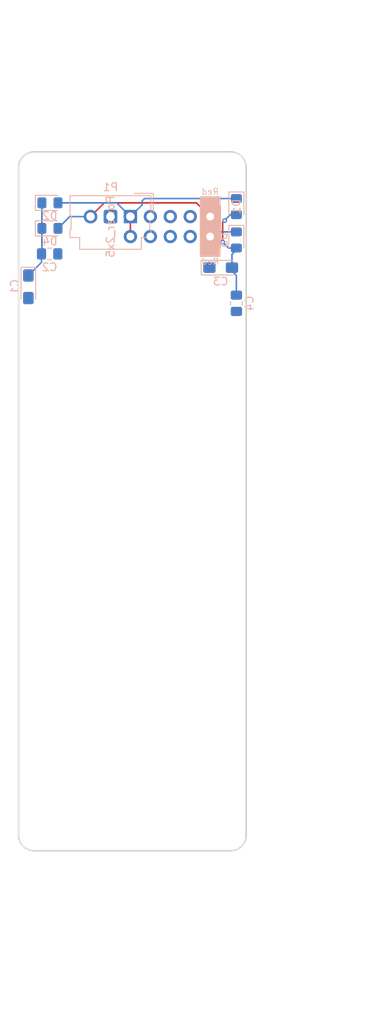
<source format=kicad_pcb>
(kicad_pcb (version 20240108) (generator "pcbnew") (generator_version "8.0")
  (layers (0 "F.Cu" signal) (31 "B.Cu" signal) (34 "B.Paste" user) (35 "F.Paste" user) (36 "B.SilkS" user "B.Silkscreen") (37 "F.SilkS" user "F.Silkscreen") (38 "B.Mask" user) (39 "F.Mask" user) (44 "Edge.Cuts" user))
  (net 0 "")
  (footprint "MountingHole:MountingHole_2.2mm_M2" (layer "F.Cu") (at 80 45.5)
    (property "Reference" "H2")
    (property "Value" "MountingHole")
    (pad "" np_thru_hole circle (at 0 0) (size 2.2 2.2) (drill 2.2) (layers "F&B.Cu" "*.Mask"))
  )
  (footprint "MountingHole:MountingHole_2.2mm_M2" (layer "F.Cu") (at 60 129.5)
    (property "Reference" "H3")
    (property "Value" "MountingHole")
    (pad "" np_thru_hole circle (at 0 0) (size 2.2 2.2) (drill 2.2) (layers "F&B.Cu" "*.Mask"))
  )
  (footprint "MountingHole:MountingHole_2.2mm_M2" (layer "F.Cu") (at 60 45.5)
    (property "Reference" "H1")
    (property "Value" "MountingHole")
    (pad "" np_thru_hole circle (at 0 0) (size 2.2 2.2) (drill 2.2) (layers "F&B.Cu" "*.Mask"))
  )
  (footprint "MountingHole:MountingHole_2.2mm_M2" (layer "F.Cu") (at 80 129.5)
    (property "Reference" "H4")
    (property "Value" "MountingHole")
    (pad "" np_thru_hole circle (at 0 0) (size 2.2 2.2) (drill 2.2) (layers "F&B.Cu" "*.Mask"))
  )
  (footprint "Capacitor_SMD:C_0805_2012Metric_Pad1.18x1.45mm_HandSolder" (layer "B.Cu") (at 59.4625 56)
    (property "Reference" "C2" (at 0 1.68 0) (layer "B.SilkS") (effects (justify mirror)))
    (property "Value" "100n")
    (fp_line (start 0.261252 -0.735) (end -0.261252 -0.735) (stroke (width 0.12)) (layer "B.SilkS"))
    (fp_line (start 0.261252 0.735) (end -0.261252 0.735) (stroke (width 0.12)) (layer "B.SilkS"))
    (pad "1" smd roundrect (at -1.0375 0) (size 1.175 1.45) (layers "B.Cu" "B.Paste" "B.Mask") (roundrect_rratio 0.212766))
    (pad "2" smd roundrect (at 1.0375 0) (size 1.175 1.45) (layers "B.Cu" "B.Paste" "B.Mask") (roundrect_rratio 0.212766))
  )
  (footprint "Diode_SMD:D_0805_2012Metric_Pad1.15x1.40mm_HandSolder" (layer "B.Cu") (at 59.5 49.5)
    (property "Reference" "D2" (at 0 1.65 0) (layer "B.SilkS") (effects (justify mirror)))
    (property "Value" "D")
    (fp_line (start -1.86 -0.96) (end -1.86 0.96) (stroke (width 0.12)) (layer "B.SilkS"))
    (fp_line (start -1.86 0.96) (end 1 0.96) (stroke (width 0.12)) (layer "B.SilkS"))
    (fp_line (start 1 -0.96) (end -1.86 -0.96) (stroke (width 0.12)) (layer "B.SilkS"))
    (pad "1" smd roundrect (at -1.025 0) (size 1.15 1.4) (layers "B.Cu" "B.Paste" "B.Mask") (roundrect_rratio 0.217391))
    (pad "2" smd roundrect (at 1.025 0) (size 1.15 1.4) (layers "B.Cu" "B.Paste" "B.Mask") (roundrect_rratio 0.217391))
  )
  (footprint "Capacitor_Tantalum_SMD:CP_EIA-3216-10_Kemet-I_Pad1.58x1.35mm_HandSolder" (layer "B.Cu") (at 56.75 60.1875 -90)
    (property "Reference" "C1" (at 0 1.75 90) (layer "B.SilkS") (effects (justify mirror)))
    (property "Value" "1u")
    (fp_line (start -2.485 0.935) (end 1.6 0.935) (stroke (width 0.12)) (layer "B.SilkS"))
    (fp_line (start -2.485 -0.935) (end -2.485 0.935) (stroke (width 0.12)) (layer "B.SilkS"))
    (fp_line (start 1.6 -0.935) (end -2.485 -0.935) (stroke (width 0.12)) (layer "B.SilkS"))
    (pad "1" smd roundrect (at -1.4375 0 270) (size 1.575 1.35) (layers "B.Cu" "B.Paste" "B.Mask") (roundrect_rratio 0.185185))
    (pad "2" smd roundrect (at 1.4375 0 270) (size 1.575 1.35) (layers "B.Cu" "B.Paste" "B.Mask") (roundrect_rratio 0.185185))
  )
  (footprint "Capacitor_Tantalum_SMD:CP_EIA-3216-10_Kemet-I_Pad1.58x1.35mm_HandSolder" (layer "B.Cu") (at 81.25 57.75)
    (property "Reference" "C3" (at 0 1.75 0) (layer "B.SilkS") (effects (justify mirror)))
    (property "Value" "1u")
    (fp_line (start -2.485 -0.935) (end -2.485 0.935) (stroke (width 0.12)) (layer "B.SilkS"))
    (fp_line (start -2.485 0.935) (end 1.6 0.935) (stroke (width 0.12)) (layer "B.SilkS"))
    (fp_line (start 1.6 -0.935) (end -2.485 -0.935) (stroke (width 0.12)) (layer "B.SilkS"))
    (pad "1" smd roundrect (at -1.4375 0) (size 1.575 1.35) (layers "B.Cu" "B.Paste" "B.Mask") (roundrect_rratio 0.185185))
    (pad "2" smd roundrect (at 1.4375 0) (size 1.575 1.35) (layers "B.Cu" "B.Paste" "B.Mask") (roundrect_rratio 0.185185))
  )
  (footprint "CATs_Eurosynth:Power_2x5_Vertical" (layer "B.Cu") (at 69.75 51.25 -90)
    (property "Reference" "P2" (hide yes))
    (property "Value" "Power_2x5" (at 1.27 2.54 90) (layer "B.SilkS") (effects (justify mirror)))
    (fp_line (start 3.87 -11.49) (end -1.33 -11.49) (stroke (width 0.12)) (layer "B.SilkS"))
    (fp_poly (pts (xy 5.08 -11.43) (xy -2.54 -11.43) (xy -2.54 -8.89) (xy 5.08 -8.89)) (stroke (width 0.1)) (fill solid) (layer "B.SilkS"))
    (fp_text user "Red" (at 5.715 -10.16 180) (layer "B.SilkS") (effects (font (size 0.8 0.8) (thickness 0.1)) (justify mirror)))
    (fp_text user "Red" (at -3.175 -10.16 180) (layer "B.SilkS") (effects (font (size 0.8 0.8) (thickness 0.1)) (justify mirror)))
    (pad "+12V" thru_hole rect (at 0 0 270) (size 1.7 1.7) (drill 1) (layers "*.Cu" "*.Mask"))
    (pad "+12V" thru_hole oval (at 2.54 0 270) (size 1.7 1.7) (drill 1) (layers "*.Cu" "*.Mask"))
    (pad "-12V" thru_hole oval (at 0 -10.16 270) (size 1.7 1.7) (drill 1) (layers "*.Cu" "*.Mask"))
    (pad "-12V" thru_hole oval (at 2.54 -10.16 270) (size 1.7 1.7) (drill 1) (layers "*.Cu" "*.Mask"))
    (pad "GND" thru_hole oval (at 0 -7.62 270) (size 1.7 1.7) (drill 1) (layers "*.Cu" "*.Mask"))
    (pad "GND" thru_hole oval (at 0 -5.08 270) (size 1.7 1.7) (drill 1) (layers "*.Cu" "*.Mask"))
    (pad "GND" thru_hole oval (at 0 -2.54 270) (size 1.7 1.7) (drill 1) (layers "*.Cu" "*.Mask"))
    (pad "GND" thru_hole oval (at 2.54 -7.62 270) (size 1.7 1.7) (drill 1) (layers "*.Cu" "*.Mask"))
    (pad "GND" thru_hole oval (at 2.54 -5.08 270) (size 1.7 1.7) (drill 1) (layers "*.Cu" "*.Mask"))
    (pad "GND" thru_hole oval (at 2.54 -2.54 270) (size 1.7 1.7) (drill 1) (layers "*.Cu" "*.Mask"))
  )
  (footprint "Diode_SMD:D_0805_2012Metric_Pad1.15x1.40mm_HandSolder" (layer "B.Cu") (at 59.5 52.75)
    (property "Reference" "D4" (at 0 1.65 0) (layer "B.SilkS") (effects (justify mirror)))
    (property "Value" "D")
    (fp_line (start -1.86 -0.96) (end -1.86 0.96) (stroke (width 0.12)) (layer "B.SilkS"))
    (fp_line (start -1.86 0.96) (end 1 0.96) (stroke (width 0.12)) (layer "B.SilkS"))
    (fp_line (start 1 -0.96) (end -1.86 -0.96) (stroke (width 0.12)) (layer "B.SilkS"))
    (pad "1" smd roundrect (at -1.025 0) (size 1.15 1.4) (layers "B.Cu" "B.Paste" "B.Mask") (roundrect_rratio 0.217391))
    (pad "2" smd roundrect (at 1.025 0) (size 1.15 1.4) (layers "B.Cu" "B.Paste" "B.Mask") (roundrect_rratio 0.217391))
  )
  (footprint "Capacitor_SMD:C_0805_2012Metric_Pad1.18x1.45mm_HandSolder" (layer "B.Cu") (at 83.25 62.2875 90)
    (property "Reference" "C4" (at 0 1.68 -90) (layer "B.SilkS") (effects (justify mirror)))
    (property "Value" "100n")
    (fp_line (start 0.261252 -0.735) (end -0.261252 -0.735) (stroke (width 0.12)) (layer "B.SilkS"))
    (fp_line (start 0.261252 0.735) (end -0.261252 0.735) (stroke (width 0.12)) (layer "B.SilkS"))
    (pad "1" smd roundrect (at -1.0375 0 90) (size 1.175 1.45) (layers "B.Cu" "B.Paste" "B.Mask") (roundrect_rratio 0.212766))
    (pad "2" smd roundrect (at 1.0375 0 90) (size 1.175 1.45) (layers "B.Cu" "B.Paste" "B.Mask") (roundrect_rratio 0.212766))
  )
  (footprint "Diode_SMD:D_0805_2012Metric_Pad1.15x1.40mm_HandSolder" (layer "B.Cu") (at 83.25 49.975 -90)
    (property "Reference" "D1" (at 0 0 90) (layer "B.SilkS") (effects (justify mirror)))
    (property "Value" "D")
    (fp_line (start -1.86 0.96) (end 1 0.96) (stroke (width 0.12)) (layer "B.SilkS"))
    (fp_line (start -1.86 -0.96) (end -1.86 0.96) (stroke (width 0.12)) (layer "B.SilkS"))
    (fp_line (start 1 -0.96) (end -1.86 -0.96) (stroke (width 0.12)) (layer "B.SilkS"))
    (pad "1" smd roundrect (at -1.025 0 270) (size 1.15 1.4) (layers "B.Cu" "B.Paste" "B.Mask") (roundrect_rratio 0.217391))
    (pad "2" smd roundrect (at 1.025 0 270) (size 1.15 1.4) (layers "B.Cu" "B.Paste" "B.Mask") (roundrect_rratio 0.217391))
  )
  (footprint "PersonalFootprints:Molex_SL Pocket Rack_1x03_P2.54mm_Vertical" (layer "B.Cu") (at 69.75 51.25 180)
    (property "Reference" "P1" (at 2.54 3.75 180) (layer "B.SilkS") (effects (justify mirror)))
    (property "Value" "Pocket Rack Power")
    (fp_line (start 7.69 2.66) (end 7.69 0.13) (stroke (width 0.12)) (layer "B.SilkS"))
    (fp_line (start 7.69 0.13) (end 7.56 0.13) (stroke (width 0.12)) (layer "B.SilkS"))
    (fp_line (start 7.69 -1.68) (end 7.69 -2.66) (stroke (width 0.12)) (layer "B.SilkS"))
    (fp_line (start 7.69 -2.66) (end 6.46 -2.66) (stroke (width 0.12)) (layer "B.SilkS"))
    (fp_line (start 7.56 0.13) (end 7.56 -1.68) (stroke (width 0.12)) (layer "B.SilkS"))
    (fp_line (start 7.56 -1.68) (end 7.69 -1.68) (stroke (width 0.12)) (layer "B.SilkS"))
    (fp_line (start 6.46 -2.66) (end 6.46 -4.16) (stroke (width 0.12)) (layer "B.SilkS"))
    (fp_line (start 6.46 -4.16) (end -1.38 -4.16) (stroke (width 0.12)) (layer "B.SilkS"))
    (fp_line (start -0.5 2.96) (end -2.91 2.96) (stroke (width 0.12)) (layer "B.SilkS"))
    (fp_line (start -1.38 -2.66) (end -2.61 -2.66) (stroke (width 0.12)) (layer "B.SilkS"))
    (fp_line (start -1.38 -4.16) (end -1.38 -2.66) (stroke (width 0.12)) (layer "B.SilkS"))
    (fp_line (start -2.48 0.13) (end -2.61 0.13) (stroke (width 0.12)) (layer "B.SilkS"))
    (fp_line (start -2.48 -1.68) (end -2.48 0.13) (stroke (width 0.12)) (layer "B.SilkS"))
    (fp_line (start -2.61 2.66) (end 7.69 2.66) (stroke (width 0.12)) (layer "B.SilkS"))
    (fp_line (start -2.61 0.13) (end -2.61 2.66) (stroke (width 0.12)) (layer "B.SilkS"))
    (fp_line (start -2.61 -1.68) (end -2.48 -1.68) (stroke (width 0.12)) (layer "B.SilkS"))
    (fp_line (start -2.61 -2.66) (end -2.61 -1.68) (stroke (width 0.12)) (layer "B.SilkS"))
    (fp_line (start -2.91 2.96) (end -2.91 0.55) (stroke (width 0.12)) (layer "B.SilkS"))
    (pad "1" thru_hole circle (at 0 0 180) (size 1.74 1.74) (drill 1.09) (layers "*.Cu" "*.Mask"))
    (pad "2" thru_hole roundrect (at 2.54 0 180) (size 1.74 1.74) (drill 1.09) (layers "*.Cu" "*.Mask") (roundrect_rratio 0.1436781609))
    (pad "3" thru_hole circle (at 5.08 0 180) (size 1.74 1.74) (drill 1.09) (layers "*.Cu" "*.Mask"))
  )
  (footprint "Diode_SMD:D_0805_2012Metric_Pad1.15x1.40mm_HandSolder" (layer "B.Cu") (at 83.25 54.225 -90)
    (property "Reference" "D3" (at 0 1.65 90) (layer "B.SilkS") (effects (justify mirror)))
    (property "Value" "D")
    (fp_line (start -1.86 0.96) (end 1 0.96) (stroke (width 0.12)) (layer "B.SilkS"))
    (fp_line (start -1.86 -0.96) (end -1.86 0.96) (stroke (width 0.12)) (layer "B.SilkS"))
    (fp_line (start 1 -0.96) (end -1.86 -0.96) (stroke (width 0.12)) (layer "B.SilkS"))
    (pad "1" smd roundrect (at -1.025 0 270) (size 1.15 1.4) (layers "B.Cu" "B.Paste" "B.Mask") (roundrect_rratio 0.217391))
    (pad "2" smd roundrect (at 1.025 0 270) (size 1.15 1.4) (layers "B.Cu" "B.Paste" "B.Mask") (roundrect_rratio 0.217391))
  )
  (gr_arc (start 55.5 45) (mid 56.085786 43.585786) (end 57.5 43) (stroke (width 0.2)) (layer "Edge.Cuts"))
  (gr_arc (start 57.5 132) (mid 56.085786 131.414214) (end 55.5 130) (stroke (width 0.2)) (layer "Edge.Cuts"))
  (gr_line (start 55.5 130) (end 55.5 45) (stroke (width 0.2)) (layer "Edge.Cuts"))
  (gr_line (start 82.5 132) (end 57.5 132) (stroke (width 0.2)) (layer "Edge.Cuts"))
  (gr_arc (start 82.5 43) (mid 83.914214 43.585786) (end 84.5 45) (stroke (width 0.2)) (layer "Edge.Cuts"))
  (gr_line (start 84.5 45) (end 84.5 130) (stroke (width 0.2)) (layer "Edge.Cuts"))
  (gr_arc (start 84.5 130) (mid 83.914214 131.414214) (end 82.5 132) (stroke (width 0.2)) (layer "Edge.Cuts"))
  (gr_line (start 57.5 43) (end 82.5 43) (stroke (width 0.2)) (layer "Edge.Cuts"))
  (segment (start 79.91 51.25) (end 79.91 53.79) (width 0.2) (layer "F.Cu") (net 0))
  (segment (start 81.75 51.75) (end 81.5 52) (width 0.2) (layer "F.Cu") (net 0))
  (segment (start 66.42 49.5) (end 64.67 51.25) (width 0.2) (layer "F.Cu") (net 0))
  (segment (start 78.16 49.5) (end 66.42 49.5) (width 0.2) (layer "F.Cu") (net 0))
  (segment (start 69.75 53.79) (end 69.75 51.25) (width 0.2) (layer "F.Cu") (net 0))
  (segment (start 79.91 51.25) (end 78.16 49.5) (width 0.2) (layer "F.Cu") (net 0))
  (segment (start 81.5 52) (end 81.5 54.5) (width 0.2) (layer "F.Cu") (net 0))
  (via (at 81.5 54.5) (size 0.6) (drill 0.3) (layers "F.Cu" "B.Cu") (net 0))
  (via (at 81.75 51.75) (size 0.6) (drill 0.3) (layers "F.Cu" "B.Cu") (net 0))
  (segment (start 82.6875 57.75) (end 82.6875 58.1875) (width 0.2) (layer "B.Cu") (net 0))
  (segment (start 58.425 56) (end 58.425 57.075) (width 0.2) (layer "B.Cu") (net 0))
  (segment (start 81.5 54.5) (end 82.25 55.25) (width 0.2) (layer "B.Cu") (net 0))
  (segment (start 58.475 52.75) (end 58.475 55.95) (width 0.2) (layer "B.Cu") (net 0))
  (segment (start 83.25 48.95) (end 71.55 48.95) (width 0.2) (layer "B.Cu") (net 0))
  (segment (start 82.6875 58.1875) (end 83.25 58.75) (width 0.2) (layer "B.Cu") (net 0))
  (segment (start 58.425 57.075) (end 56.75 58.75) (width 0.2) (layer "B.Cu") (net 0))
  (segment (start 71.25 49.25) (end 71.25 49.75) (width 0.2) (layer "B.Cu") (net 0))
  (segment (start 64.67 51.25) (end 62.025 51.25) (width 0.2) (layer "B.Cu") (net 0))
  (segment (start 83.25 51) (end 82.5 51) (width 0.2) (layer "B.Cu") (net 0))
  (segment (start 58.475 55.95) (end 58.425 56) (width 0.2) (layer "B.Cu") (net 0))
  (segment (start 82.25 55.25) (end 83.25 55.25) (width 0.2) (layer "B.Cu") (net 0))
  (segment (start 62.025 51.25) (end 60.525 52.75) (width 0.2) (layer "B.Cu") (net 0))
  (segment (start 82.6875 56.0625) (end 82.6875 57.75) (width 0.2) (layer "B.Cu") (net 0))
  (segment (start 83.25 55.25) (end 83.25 55.5) (width 0.2) (layer "B.Cu") (net 0))
  (segment (start 82.5 51) (end 81.75 51.75) (width 0.2) (layer "B.Cu") (net 0))
  (segment (start 71.55 48.95) (end 71.25 49.25) (width 0.2) (layer "B.Cu") (net 0))
  (segment (start 83.25 58.75) (end 83.25 61.25) (width 0.2) (layer "B.Cu") (net 0))
  (segment (start 83.25 53.2) (end 80.5 53.2) (width 0.2) (layer "B.Cu") (net 0))
  (segment (start 80.5 53.2) (end 79.91 53.79) (width 0.2) (layer "B.Cu") (net 0))
  (segment (start 60.525 49.5) (end 68 49.5) (width 0.2) (layer "B.Cu") (net 0))
  (segment (start 68 49.5) (end 69.75 51.25) (width 0.2) (layer "B.Cu") (net 0))
  (segment (start 71.25 49.75) (end 69.75 51.25) (width 0.2) (layer "B.Cu") (net 0))
  (segment (start 83.25 55.5) (end 82.6875 56.0625) (width 0.2) (layer "B.Cu") (net 0))
  (segment (start 58.475 49.5) (end 58.475 52.75) (width 0.2) (layer "B.Cu") (net 0))
)
</source>
